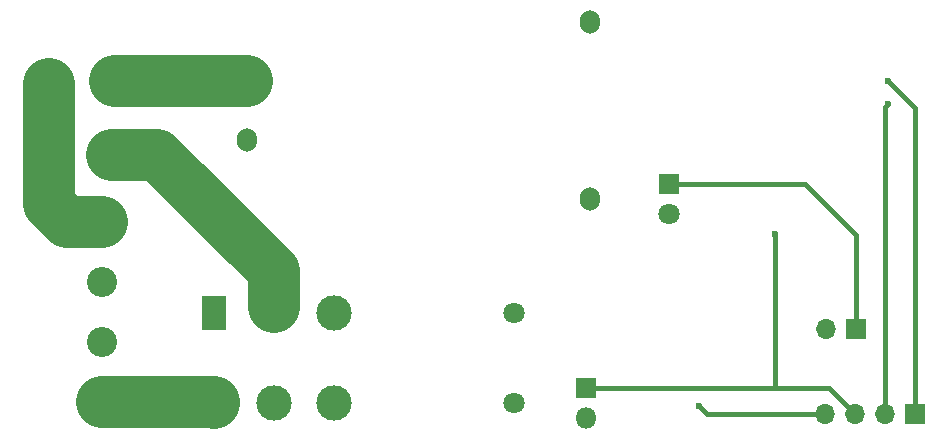
<source format=gbl>
%TF.GenerationSoftware,KiCad,Pcbnew,8.0.2*%
%TF.CreationDate,2024-05-13T19:00:29+03:00*%
%TF.ProjectId,WiFiRelay,57694669-5265-46c6-9179-2e6b69636164,rev?*%
%TF.SameCoordinates,Original*%
%TF.FileFunction,Copper,L2,Bot*%
%TF.FilePolarity,Positive*%
%FSLAX46Y46*%
G04 Gerber Fmt 4.6, Leading zero omitted, Abs format (unit mm)*
G04 Created by KiCad (PCBNEW 8.0.2) date 2024-05-13 19:00:29*
%MOMM*%
%LPD*%
G01*
G04 APERTURE LIST*
%TA.AperFunction,ComponentPad*%
%ADD10R,1.700000X1.700000*%
%TD*%
%TA.AperFunction,ComponentPad*%
%ADD11O,1.700000X1.700000*%
%TD*%
%TA.AperFunction,ComponentPad*%
%ADD12C,2.000000*%
%TD*%
%TA.AperFunction,ComponentPad*%
%ADD13R,2.550000X2.550000*%
%TD*%
%TA.AperFunction,ComponentPad*%
%ADD14C,2.550000*%
%TD*%
%TA.AperFunction,ComponentPad*%
%ADD15R,1.700000X2.000000*%
%TD*%
%TA.AperFunction,ComponentPad*%
%ADD16O,1.700000X2.000000*%
%TD*%
%TA.AperFunction,ComponentPad*%
%ADD17C,1.800000*%
%TD*%
%TA.AperFunction,ComponentPad*%
%ADD18R,2.000000X3.000000*%
%TD*%
%TA.AperFunction,ComponentPad*%
%ADD19C,3.000000*%
%TD*%
%TA.AperFunction,ComponentPad*%
%ADD20R,1.800000X1.800000*%
%TD*%
%TA.AperFunction,ComponentPad*%
%ADD21O,1.800000X1.800000*%
%TD*%
%TA.AperFunction,ViaPad*%
%ADD22C,0.600000*%
%TD*%
%TA.AperFunction,Conductor*%
%ADD23C,0.400000*%
%TD*%
%TA.AperFunction,Conductor*%
%ADD24C,4.400000*%
%TD*%
G04 APERTURE END LIST*
D10*
%TO.P,UART1,1,Pin_1*%
%TO.N,Net-(U1-GPIO1{slash}TXD)*%
X141830000Y-125250000D03*
D11*
%TO.P,UART1,2,Pin_2*%
%TO.N,Net-(U1-GPIO3{slash}RXD)*%
X139290000Y-125250000D03*
%TO.P,UART1,3,Pin_3*%
%TO.N,+3V3*%
X136750000Y-125250000D03*
%TO.P,UART1,4,Pin_4*%
%TO.N,GND*%
X134210000Y-125250000D03*
%TD*%
D10*
%TO.P,SW2,1,1*%
%TO.N,GND*%
X136830000Y-118000000D03*
D11*
%TO.P,SW2,2,2*%
%TO.N,Net-(U1-GPIO9)*%
X134290000Y-118000000D03*
%TD*%
D12*
%TO.P,F1,1*%
%TO.N,VAC*%
X68460000Y-103000000D03*
%TO.P,F1,2*%
%TO.N,Net-(F1-Pad2)*%
X73540000Y-103010000D03*
%TD*%
D13*
%TO.P,J2,1,1*%
%TO.N,VAC*%
X73000000Y-109000000D03*
D14*
%TO.P,J2,2,2*%
%TO.N,NEUT*%
X73000000Y-114080000D03*
%TO.P,J2,3,3*%
X73000000Y-119160000D03*
%TO.P,J2,4,4*%
%TO.N,/LOAD*%
X73000000Y-124240000D03*
%TD*%
D15*
%TO.P,PS1,1,AC/L*%
%TO.N,Net-(PS1-AC{slash}L)*%
X85252500Y-97042500D03*
D16*
%TO.P,PS1,2,AC/N*%
%TO.N,NEUT*%
X85252500Y-102042500D03*
%TO.P,PS1,3,-Vout*%
%TO.N,GND*%
X114332500Y-92042500D03*
%TO.P,PS1,4,+Vout*%
%TO.N,+3V3*%
X114332500Y-107042500D03*
%TD*%
D12*
%TO.P,F2,1*%
%TO.N,VAC*%
X68460000Y-96750000D03*
%TO.P,F2,2*%
%TO.N,Net-(PS1-AC{slash}L)*%
X73540000Y-96760000D03*
%TD*%
D17*
%TO.P,K1,4*%
%TO.N,+3V3*%
X107880000Y-116650000D03*
%TO.P,K1,5*%
%TO.N,Net-(D1-A)*%
X107880000Y-124250000D03*
D18*
%TO.P,K1,18*%
%TO.N,/LOAD*%
X82500000Y-116650000D03*
X82500000Y-124250000D03*
D19*
%TO.P,K1,27*%
%TO.N,Net-(F1-Pad2)*%
X87580000Y-116650000D03*
X87580000Y-124250000D03*
%TO.P,K1,36*%
%TO.N,unconnected-(K1-Pad36)*%
X92660000Y-116650000D03*
X92660000Y-124250000D03*
%TD*%
D20*
%TO.P,D2,1,K*%
%TO.N,GND*%
X121000000Y-105725000D03*
D17*
%TO.P,D2,2,A*%
%TO.N,Net-(D2-A)*%
X121000000Y-108265000D03*
%TD*%
D20*
%TO.P,D1,1,K*%
%TO.N,+3V3*%
X114000000Y-123000000D03*
D21*
%TO.P,D1,2,A*%
%TO.N,Net-(D1-A)*%
X114000000Y-125540000D03*
%TD*%
D22*
%TO.N,GND*%
X123500000Y-124500000D03*
%TO.N,Net-(U1-GPIO3{slash}RXD)*%
X139500000Y-99000000D03*
%TO.N,Net-(U1-GPIO1{slash}TXD)*%
X139500000Y-97000000D03*
%TO.N,+3V3*%
X130000000Y-110000000D03*
%TD*%
D23*
%TO.N,GND*%
X123500000Y-124500000D02*
X124250000Y-125250000D01*
X124250000Y-125250000D02*
X134210000Y-125250000D01*
X136830000Y-115840050D02*
X136833818Y-115836232D01*
X136833818Y-115836232D02*
X136833818Y-110074885D01*
X136830000Y-118000000D02*
X136830000Y-115840050D01*
X136833818Y-110074885D02*
X132483933Y-105725000D01*
X132483933Y-105725000D02*
X121000000Y-105725000D01*
%TO.N,Net-(U1-GPIO1{slash}TXD)*%
X139500000Y-97000000D02*
X141830000Y-99330000D01*
X141830000Y-99330000D02*
X141830000Y-125250000D01*
%TO.N,Net-(U1-GPIO3{slash}RXD)*%
X139290000Y-125250000D02*
X139290000Y-99210000D01*
X139290000Y-99210000D02*
X139500000Y-99000000D01*
%TO.N,+3V3*%
X134500000Y-123000000D02*
X130000000Y-123000000D01*
X130000000Y-110000000D02*
X130000000Y-123000000D01*
X130000000Y-123000000D02*
X114000000Y-123000000D01*
X136750000Y-125250000D02*
X134500000Y-123000000D01*
D24*
%TO.N,/LOAD*%
X73000000Y-124240000D02*
X82490000Y-124240000D01*
X82490000Y-124240000D02*
X82500000Y-124250000D01*
%TO.N,VAC*%
X70000000Y-109000000D02*
X68460000Y-107460000D01*
X68460000Y-107460000D02*
X68460000Y-103250000D01*
X73000000Y-109000000D02*
X70000000Y-109000000D01*
X68460000Y-97250000D02*
X68460000Y-103250000D01*
%TO.N,Net-(PS1-AC{slash}L)*%
X85252500Y-97042500D02*
X74077500Y-97042500D01*
%TO.N,Net-(F1-Pad2)*%
X87520000Y-113120000D02*
X77660000Y-103260000D01*
X77660000Y-103260000D02*
X73860000Y-103260000D01*
X87520000Y-116200000D02*
X87520000Y-113120000D01*
%TD*%
M02*

</source>
